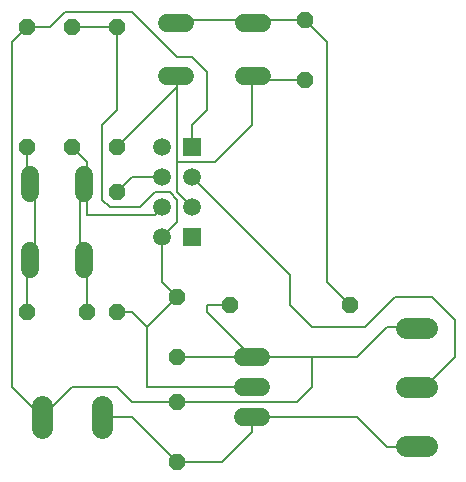
<source format=gbr>
G04 EAGLE Gerber RS-274X export*
G75*
%MOMM*%
%FSLAX34Y34*%
%LPD*%
%INTop Copper*%
%IPPOS*%
%AMOC8*
5,1,8,0,0,1.08239X$1,22.5*%
G01*
%ADD10P,1.429621X8X202.500000*%
%ADD11P,1.429621X8X112.500000*%
%ADD12C,1.524000*%
%ADD13P,1.429621X8X292.500000*%
%ADD14P,1.429621X8X22.500000*%
%ADD15R,1.508000X1.508000*%
%ADD16C,1.508000*%
%ADD17C,1.790700*%
%ADD18C,0.152400*%


D10*
X76200Y152400D03*
X25400Y152400D03*
D11*
X260350Y349250D03*
X260350Y400050D03*
X152400Y25400D03*
X152400Y76200D03*
X152400Y114300D03*
X152400Y165100D03*
D12*
X159258Y397256D02*
X144018Y397256D01*
X144018Y352044D02*
X159258Y352044D01*
X209042Y397256D02*
X224282Y397256D01*
X224282Y352044D02*
X209042Y352044D01*
X208280Y114300D02*
X223520Y114300D01*
X223520Y88900D02*
X208280Y88900D01*
X208280Y63500D02*
X223520Y63500D01*
D11*
X101600Y292100D03*
X101600Y393700D03*
X63500Y292100D03*
X63500Y393700D03*
D13*
X25400Y393700D03*
X25400Y292100D03*
D14*
X196850Y158750D03*
X298450Y158750D03*
D13*
X101600Y254000D03*
X101600Y152400D03*
D12*
X28194Y188468D02*
X28194Y203708D01*
X73406Y203708D02*
X73406Y188468D01*
X28194Y253492D02*
X28194Y268732D01*
X73406Y268732D02*
X73406Y253492D01*
D15*
X165100Y292100D03*
D16*
X165100Y266700D03*
X165100Y241300D03*
X139700Y241300D03*
X139700Y266700D03*
X139700Y292100D03*
X139700Y215900D03*
D15*
X165100Y215900D03*
D17*
X346447Y138900D02*
X364354Y138900D01*
X364354Y88900D02*
X346447Y88900D01*
X346447Y38900D02*
X364354Y38900D01*
X88500Y54547D02*
X88500Y72454D01*
X38500Y72454D02*
X38500Y54547D01*
D18*
X127000Y88900D02*
X215900Y88900D01*
X127000Y88900D02*
X127000Y139700D01*
X152400Y165100D01*
X139700Y177800D01*
X139700Y215900D01*
X114300Y152400D02*
X101600Y152400D01*
X114300Y152400D02*
X127000Y139700D01*
X101600Y393700D02*
X63500Y393700D01*
X101600Y393700D02*
X101600Y323850D01*
X88900Y311150D01*
X88900Y247650D01*
X95250Y241300D01*
X120650Y241300D01*
X133350Y254000D01*
X146050Y254000D01*
X152400Y247650D01*
X152400Y228600D01*
X139700Y215900D01*
X152400Y114300D02*
X215900Y114300D01*
X266700Y114300D01*
X304800Y114300D01*
X330200Y139700D01*
X254000Y76200D02*
X152400Y76200D01*
X254000Y76200D02*
X266700Y88900D01*
X266700Y114300D01*
X152400Y76200D02*
X114300Y76200D01*
X101600Y88900D01*
X63500Y88900D01*
X38100Y63500D01*
X177800Y152400D02*
X215900Y114300D01*
X177800Y152400D02*
X177800Y158750D01*
X31750Y393700D02*
X25400Y393700D01*
X165100Y368300D02*
X177800Y355600D01*
X177800Y323850D01*
X165100Y311150D01*
X165100Y292100D01*
X330200Y139700D02*
X355600Y139700D01*
X196850Y158750D02*
X177800Y158750D01*
X355600Y139700D02*
X355600Y133350D01*
X38100Y63500D02*
X12700Y88900D01*
X12700Y381000D01*
X25400Y393700D01*
X44450Y393700D01*
X57150Y406400D01*
X114300Y406400D01*
X152400Y368300D01*
X165100Y368300D01*
X76200Y279400D02*
X63500Y292100D01*
X76200Y196850D02*
X76200Y152400D01*
X76200Y260350D02*
X76200Y279400D01*
X76200Y260350D02*
X76200Y234950D01*
X133350Y234950D01*
X139700Y241300D01*
X76200Y260350D02*
X69850Y260350D01*
X69850Y203200D01*
X76200Y196850D01*
X25400Y196850D02*
X25400Y203200D01*
X25400Y196850D02*
X25400Y152400D01*
X25400Y260350D02*
X25400Y292100D01*
X25400Y260350D02*
X31750Y260350D01*
X31750Y196850D01*
X25400Y196850D01*
X101600Y292100D02*
X152400Y342900D01*
X152400Y349250D01*
X215900Y349250D02*
X260350Y349250D01*
X215900Y349250D02*
X215900Y355600D01*
X152400Y342900D02*
X152400Y279400D01*
X184150Y279400D01*
X215900Y311150D01*
X215900Y349250D01*
X152400Y279400D02*
X152400Y254000D01*
X165100Y241300D01*
X215900Y400050D02*
X260350Y400050D01*
X215900Y400050D02*
X152400Y400050D01*
X260350Y400050D02*
X279400Y381000D01*
X279400Y177800D01*
X298450Y158750D01*
X215900Y393700D02*
X215900Y400050D01*
X114300Y266700D02*
X101600Y254000D01*
X114300Y266700D02*
X139700Y266700D01*
X165100Y266700D02*
X247650Y184150D01*
X247650Y158750D01*
X266700Y139700D01*
X311150Y139700D01*
X336550Y165100D01*
X368300Y165100D01*
X387350Y146050D01*
X387350Y114300D01*
X361950Y88900D01*
X355600Y88900D01*
X190500Y25400D02*
X152400Y25400D01*
X190500Y25400D02*
X215900Y50800D01*
X215900Y63500D01*
X304800Y63500D01*
X330200Y38100D01*
X114300Y63500D02*
X88900Y63500D01*
X114300Y63500D02*
X152400Y25400D01*
X330200Y38100D02*
X355600Y38100D01*
X355600Y44450D01*
M02*

</source>
